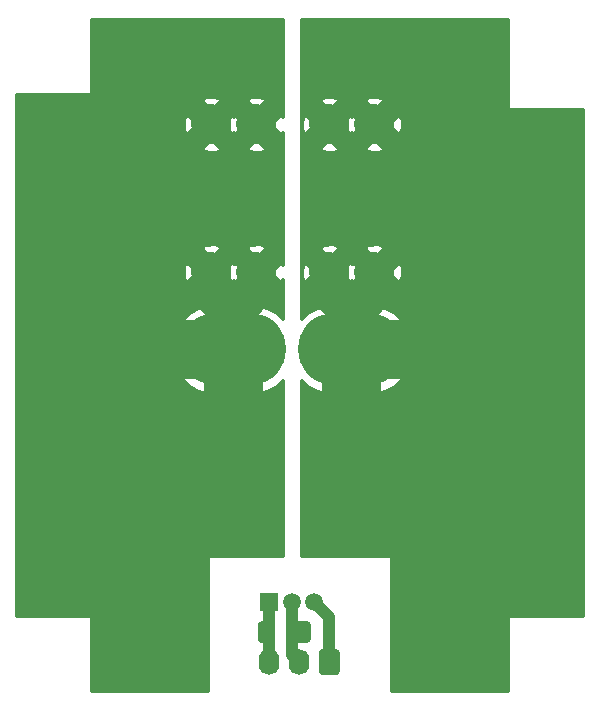
<source format=gbr>
%TF.GenerationSoftware,KiCad,Pcbnew,5.1.10-88a1d61d58~90~ubuntu20.04.1*%
%TF.CreationDate,2022-12-17T00:36:52+01:00*%
%TF.ProjectId,zvire-vetrnik-current-sensor,7a766972-652d-4766-9574-726e696b2d63,rev?*%
%TF.SameCoordinates,PX3c8eee0PY791ddc0*%
%TF.FileFunction,Copper,L2,Bot*%
%TF.FilePolarity,Positive*%
%FSLAX46Y46*%
G04 Gerber Fmt 4.6, Leading zero omitted, Abs format (unit mm)*
G04 Created by KiCad (PCBNEW 5.1.10-88a1d61d58~90~ubuntu20.04.1) date 2022-12-17 00:36:52*
%MOMM*%
%LPD*%
G01*
G04 APERTURE LIST*
%TA.AperFunction,ComponentPad*%
%ADD10O,9.000000X6.000000*%
%TD*%
%TA.AperFunction,ComponentPad*%
%ADD11R,1.500000X1.500000*%
%TD*%
%TA.AperFunction,ComponentPad*%
%ADD12C,1.500000*%
%TD*%
%TA.AperFunction,ComponentPad*%
%ADD13C,0.800000*%
%TD*%
%TA.AperFunction,ComponentPad*%
%ADD14O,1.740000X2.190000*%
%TD*%
%TA.AperFunction,ComponentPad*%
%ADD15C,3.400000*%
%TD*%
%TA.AperFunction,ViaPad*%
%ADD16C,2.000000*%
%TD*%
%TA.AperFunction,Conductor*%
%ADD17C,1.000000*%
%TD*%
%TA.AperFunction,Conductor*%
%ADD18C,5.000000*%
%TD*%
%TA.AperFunction,Conductor*%
%ADD19C,2.000000*%
%TD*%
%TA.AperFunction,Conductor*%
%ADD20C,0.254000*%
%TD*%
%TA.AperFunction,Conductor*%
%ADD21C,0.100000*%
%TD*%
G04 APERTURE END LIST*
D10*
%TO.P,U1,5*%
%TO.N,Net-(J1-Pad2)*%
X19770000Y30290000D03*
%TO.P,U1,4*%
%TO.N,Net-(J1-Pad1)*%
X29770000Y30290000D03*
D11*
%TO.P,U1,1*%
%TO.N,+5V*%
X22860000Y8890000D03*
D12*
%TO.P,U1,3*%
%TO.N,Net-(J2-Pad1)*%
X26680000Y8890000D03*
%TO.P,U1,2*%
%TO.N,GND*%
X24770000Y8890000D03*
%TO.P,U1,5*%
%TO.N,Net-(J1-Pad2)*%
%TA.AperFunction,ComponentPad*%
G36*
G01*
X23550953Y31282523D02*
X23550953Y31282523D01*
G75*
G02*
X24082523Y31089047I169047J-362523D01*
G01*
X24082523Y31089047D01*
G75*
G02*
X23889047Y30557477I-362523J-169047D01*
G01*
X23889047Y30557477D01*
G75*
G02*
X23357477Y30750953I-169047J362523D01*
G01*
X23357477Y30750953D01*
G75*
G02*
X23550953Y31282523I362523J169047D01*
G01*
G37*
%TD.AperFunction*%
%TA.AperFunction,ComponentPad*%
G36*
G01*
X23550953Y29297477D02*
X23550953Y29297477D01*
G75*
G02*
X23357477Y29829047I169047J362523D01*
G01*
X23357477Y29829047D01*
G75*
G02*
X23889047Y30022523I362523J-169047D01*
G01*
X23889047Y30022523D01*
G75*
G02*
X24082523Y29490953I-169047J-362523D01*
G01*
X24082523Y29490953D01*
G75*
G02*
X23550953Y29297477I-362523J169047D01*
G01*
G37*
%TD.AperFunction*%
D13*
X22970000Y28630000D03*
X22970000Y31950000D03*
X15820000Y30920000D03*
X15820000Y29660000D03*
X16570000Y28630000D03*
X16570000Y31950000D03*
X20440000Y28240000D03*
X19100000Y28240000D03*
X21770000Y28240000D03*
X17770000Y28240000D03*
X20440000Y32340000D03*
X19100000Y32340000D03*
X17770000Y32340000D03*
X21770000Y32340000D03*
%TO.P,U1,4*%
%TO.N,Net-(J1-Pad1)*%
X26570000Y28630000D03*
X26570000Y31950000D03*
%TA.AperFunction,ComponentPad*%
G36*
G01*
X25650953Y30022523D02*
X25650953Y30022523D01*
G75*
G02*
X26182523Y29829047I169047J-362523D01*
G01*
X26182523Y29829047D01*
G75*
G02*
X25989047Y29297477I-362523J-169047D01*
G01*
X25989047Y29297477D01*
G75*
G02*
X25457477Y29490953I-169047J362523D01*
G01*
X25457477Y29490953D01*
G75*
G02*
X25650953Y30022523I362523J169047D01*
G01*
G37*
%TD.AperFunction*%
%TA.AperFunction,ComponentPad*%
G36*
G01*
X25650953Y30557477D02*
X25650953Y30557477D01*
G75*
G02*
X25457477Y31089047I169047J362523D01*
G01*
X25457477Y31089047D01*
G75*
G02*
X25989047Y31282523I362523J-169047D01*
G01*
X25989047Y31282523D01*
G75*
G02*
X26182523Y30750953I-169047J-362523D01*
G01*
X26182523Y30750953D01*
G75*
G02*
X25650953Y30557477I-362523J169047D01*
G01*
G37*
%TD.AperFunction*%
X32970000Y28630000D03*
X32970000Y31950000D03*
X33720000Y30920000D03*
X31770000Y28240000D03*
X30440000Y28240000D03*
X29100000Y28240000D03*
X27770000Y28240000D03*
X31770000Y32340000D03*
X30440000Y32340000D03*
X29100000Y32340000D03*
X27770000Y32340000D03*
X33720000Y29660000D03*
%TD*%
D14*
%TO.P,J2,3*%
%TO.N,+5V*%
X22860000Y3810000D03*
%TO.P,J2,2*%
%TO.N,GND*%
X25400000Y3810000D03*
%TO.P,J2,1*%
%TO.N,Net-(J2-Pad1)*%
%TA.AperFunction,ComponentPad*%
G36*
G01*
X28810000Y4655001D02*
X28810000Y2964999D01*
G75*
G02*
X28560001Y2715000I-249999J0D01*
G01*
X27319999Y2715000D01*
G75*
G02*
X27070000Y2964999I0J249999D01*
G01*
X27070000Y4655001D01*
G75*
G02*
X27319999Y4905000I249999J0D01*
G01*
X28560001Y4905000D01*
G75*
G02*
X28810000Y4655001I0J-249999D01*
G01*
G37*
%TD.AperFunction*%
%TD*%
D15*
%TO.P,J1,2*%
%TO.N,Net-(J1-Pad2)*%
X21750000Y49330000D03*
X17950000Y49330000D03*
X17950000Y36830000D03*
X21750000Y36830000D03*
%TO.P,J1,1*%
%TO.N,Net-(J1-Pad1)*%
X27950000Y49330000D03*
X31750000Y49330000D03*
X27950000Y36830000D03*
X31750000Y36830000D03*
%TD*%
%TO.P,C1,2*%
%TO.N,GND*%
%TA.AperFunction,SMDPad,CuDef*%
G36*
G01*
X25030000Y5699999D02*
X25030000Y7000001D01*
G75*
G02*
X25279999Y7250000I249999J0D01*
G01*
X26105001Y7250000D01*
G75*
G02*
X26355000Y7000001I0J-249999D01*
G01*
X26355000Y5699999D01*
G75*
G02*
X26105001Y5450000I-249999J0D01*
G01*
X25279999Y5450000D01*
G75*
G02*
X25030000Y5699999I0J249999D01*
G01*
G37*
%TD.AperFunction*%
%TO.P,C1,1*%
%TO.N,+5V*%
%TA.AperFunction,SMDPad,CuDef*%
G36*
G01*
X21905000Y5699999D02*
X21905000Y7000001D01*
G75*
G02*
X22154999Y7250000I249999J0D01*
G01*
X22980001Y7250000D01*
G75*
G02*
X23230000Y7000001I0J-249999D01*
G01*
X23230000Y5699999D01*
G75*
G02*
X22980001Y5450000I-249999J0D01*
G01*
X22154999Y5450000D01*
G75*
G02*
X21905000Y5699999I0J249999D01*
G01*
G37*
%TD.AperFunction*%
%TD*%
D16*
%TO.N,Net-(J1-Pad2)*%
X12700000Y46990000D03*
X12700000Y52070000D03*
X12700000Y39370000D03*
X12700000Y34290000D03*
X10160000Y36830000D03*
%TO.N,Net-(J1-Pad1)*%
X36830000Y46990000D03*
X36830000Y52070000D03*
X36830000Y39370000D03*
X36830000Y34290000D03*
X39370000Y36830000D03*
%TD*%
D17*
%TO.N,GND*%
X25400000Y3810000D02*
X24770000Y4440000D01*
X25400000Y6350000D02*
X24770000Y5720000D01*
X25692500Y6350000D02*
X25400000Y6350000D01*
X24770000Y5720000D02*
X24770000Y8890000D01*
X24770000Y4440000D02*
X24770000Y5720000D01*
%TO.N,+5V*%
X22567500Y6350000D02*
X22860000Y6350000D01*
X22860000Y6350000D02*
X22860000Y8890000D01*
X22860000Y3810000D02*
X22860000Y6350000D01*
D18*
%TO.N,Net-(J1-Pad2)*%
X19770000Y30290000D02*
X11620000Y30290000D01*
X19770000Y30290000D02*
X19770000Y25950000D01*
D19*
X19770000Y30290000D02*
X19770000Y33740000D01*
X19770000Y30290000D02*
X19770000Y32300000D01*
X19770000Y32300000D02*
X17780000Y34290000D01*
X19770000Y30290000D02*
X19770000Y32470000D01*
X19770000Y32470000D02*
X21590000Y34290000D01*
D18*
%TO.N,Net-(J1-Pad1)*%
X29770000Y30290000D02*
X36640000Y30290000D01*
X29770000Y30290000D02*
X29770000Y27230000D01*
D19*
X29770000Y30290000D02*
X29770000Y33580000D01*
X29770000Y32460000D02*
X27940000Y34290000D01*
X29770000Y30290000D02*
X29770000Y32460000D01*
X29770000Y30290000D02*
X29770000Y32310000D01*
X29770000Y32310000D02*
X31750000Y34290000D01*
D17*
%TO.N,Net-(J2-Pad1)*%
X27940000Y7630000D02*
X26680000Y8890000D01*
X27940000Y3810000D02*
X27940000Y7630000D01*
%TD*%
D20*
%TO.N,Net-(J1-Pad2)*%
X24003000Y49924749D02*
X23785620Y50131011D01*
X22984608Y49330000D01*
X23785620Y48528989D01*
X24003000Y48735251D01*
X24003000Y37424749D01*
X23785620Y37631011D01*
X22984608Y36830000D01*
X23785620Y36028989D01*
X24003000Y36235251D01*
X24003000Y32857775D01*
X23902522Y32977653D01*
X23327604Y33439590D01*
X22673613Y33780490D01*
X21965682Y33987253D01*
X21231016Y34051932D01*
X20643000Y33840768D01*
X20643000Y33606923D01*
X20557656Y33692267D01*
X20220686Y33355297D01*
X20206609Y33353483D01*
X20070997Y33312345D01*
X20040551Y33125529D01*
X20440000Y32726080D01*
X20529803Y32815882D01*
X20643000Y32702685D01*
X20643000Y32682923D01*
X20417733Y32457656D01*
X20535389Y32340000D01*
X20417733Y32222344D01*
X20643000Y31997077D01*
X20643000Y31977315D01*
X20529803Y31864117D01*
X20440000Y31953920D01*
X20040551Y31554471D01*
X20070997Y31367655D01*
X20217389Y31328000D01*
X20557656Y30987733D01*
X20663000Y31093077D01*
X20663000Y29486923D01*
X20557656Y29592267D01*
X20220686Y29255297D01*
X20206609Y29253483D01*
X20070997Y29212345D01*
X20040551Y29025529D01*
X20440000Y28626080D01*
X20529803Y28715882D01*
X20643000Y28602685D01*
X20643000Y28582923D01*
X20417733Y28357656D01*
X20535389Y28240000D01*
X20417733Y28122344D01*
X20643000Y27897077D01*
X20643000Y27877315D01*
X20529803Y27764117D01*
X20440000Y27853920D01*
X20040551Y27454471D01*
X20070997Y27267655D01*
X20217389Y27228000D01*
X20557656Y26887733D01*
X20643000Y26973077D01*
X20643000Y26739232D01*
X21231016Y26528068D01*
X21965682Y26592747D01*
X22673613Y26799510D01*
X23327604Y27140410D01*
X23902522Y27602347D01*
X24003000Y27722225D01*
X24003000Y12827000D01*
X17780000Y12827000D01*
X17755224Y12824560D01*
X17731399Y12817333D01*
X17709443Y12805597D01*
X17690197Y12789803D01*
X17674403Y12770557D01*
X17662667Y12748601D01*
X17655440Y12724776D01*
X17653000Y12700000D01*
X17653000Y1397000D01*
X7747000Y1397000D01*
X7747000Y7620000D01*
X7744560Y7644776D01*
X7737333Y7668601D01*
X7725597Y7690557D01*
X7709803Y7709803D01*
X7690557Y7725597D01*
X7668601Y7737333D01*
X7644776Y7744560D01*
X7620000Y7747000D01*
X1397000Y7747000D01*
X1397000Y29542344D01*
X14467733Y29542344D01*
X14914811Y29095266D01*
X14921399Y28875752D01*
X15163726Y28167569D01*
X15637478Y27602347D01*
X16212396Y27140410D01*
X16866387Y26799510D01*
X17574318Y26592747D01*
X18308984Y26528068D01*
X18897000Y26739232D01*
X18897000Y26973077D01*
X18982344Y26887733D01*
X19319314Y27224703D01*
X19333391Y27226517D01*
X19469003Y27267655D01*
X19499449Y27454471D01*
X19100000Y27853920D01*
X19010198Y27764117D01*
X18897000Y27877315D01*
X18897000Y27897077D01*
X19122267Y28122344D01*
X19035797Y28208814D01*
X19400459Y28208814D01*
X19426517Y28006609D01*
X19467655Y27870997D01*
X19654471Y27840551D01*
X19770000Y27956080D01*
X19885529Y27840551D01*
X20072345Y27870997D01*
X20125651Y28067782D01*
X20139541Y28271186D01*
X20113483Y28473391D01*
X20072345Y28609003D01*
X19885529Y28639449D01*
X19770000Y28523920D01*
X19654471Y28639449D01*
X19467655Y28609003D01*
X19414349Y28412218D01*
X19400459Y28208814D01*
X19035797Y28208814D01*
X19004611Y28240000D01*
X19122267Y28357656D01*
X18897000Y28582923D01*
X18897000Y28602685D01*
X19010198Y28715882D01*
X19100000Y28626080D01*
X19499449Y29025529D01*
X19469003Y29212345D01*
X19322611Y29252000D01*
X18982344Y29592267D01*
X18807077Y29417000D01*
X18062923Y29417000D01*
X17887656Y29592267D01*
X17770000Y29474611D01*
X17652344Y29592267D01*
X17477077Y29417000D01*
X17252923Y29417000D01*
X17149923Y29520000D01*
X17172267Y29542344D01*
X16835297Y29879314D01*
X16833483Y29893391D01*
X16792345Y30029003D01*
X16605529Y30059449D01*
X16490346Y29944265D01*
X16452344Y29982267D01*
X15887077Y29417000D01*
X15497315Y29417000D01*
X15344118Y29570197D01*
X15433920Y29660000D01*
X15034471Y30059449D01*
X14847655Y30029003D01*
X14808000Y29882611D01*
X14467733Y29542344D01*
X1397000Y29542344D01*
X1397000Y30445529D01*
X15420551Y30445529D01*
X15576080Y30290000D01*
X15420551Y30134471D01*
X15450997Y29947655D01*
X15647782Y29894349D01*
X15851186Y29880459D01*
X16053391Y29906517D01*
X16189003Y29947655D01*
X16219449Y30134471D01*
X16063920Y30290000D01*
X16219449Y30445529D01*
X16189003Y30632345D01*
X15992218Y30685651D01*
X15788814Y30699541D01*
X15586609Y30673483D01*
X15450997Y30632345D01*
X15420551Y30445529D01*
X1397000Y30445529D01*
X1397000Y31037656D01*
X14467733Y31037656D01*
X14804703Y30700686D01*
X14806517Y30686609D01*
X14847655Y30550997D01*
X15034471Y30520551D01*
X15433920Y30920000D01*
X15344118Y31009802D01*
X15497315Y31163000D01*
X15887077Y31163000D01*
X16452344Y30597733D01*
X16490346Y30635734D01*
X16605529Y30520551D01*
X16792345Y30550997D01*
X16832000Y30697389D01*
X17172267Y31037656D01*
X17149923Y31060000D01*
X17252923Y31163000D01*
X17477077Y31163000D01*
X17652344Y30987733D01*
X17770000Y31105389D01*
X17887656Y30987733D01*
X18062923Y31163000D01*
X18807077Y31163000D01*
X18982344Y30987733D01*
X19319314Y31324703D01*
X19333391Y31326517D01*
X19469003Y31367655D01*
X19499449Y31554471D01*
X19100000Y31953920D01*
X19010198Y31864117D01*
X18897000Y31977315D01*
X18897000Y31997077D01*
X19122267Y32222344D01*
X19035797Y32308814D01*
X19400459Y32308814D01*
X19426517Y32106609D01*
X19467655Y31970997D01*
X19654471Y31940551D01*
X19770000Y32056080D01*
X19885529Y31940551D01*
X20072345Y31970997D01*
X20125651Y32167782D01*
X20139541Y32371186D01*
X20113483Y32573391D01*
X20072345Y32709003D01*
X19885529Y32739449D01*
X19770000Y32623920D01*
X19654471Y32739449D01*
X19467655Y32709003D01*
X19414349Y32512218D01*
X19400459Y32308814D01*
X19035797Y32308814D01*
X19004611Y32340000D01*
X19122267Y32457656D01*
X18897000Y32682923D01*
X18897000Y32702685D01*
X19010198Y32815882D01*
X19100000Y32726080D01*
X19499449Y33125529D01*
X19469003Y33312345D01*
X19322611Y33352000D01*
X18982344Y33692267D01*
X18897000Y33606923D01*
X18897000Y33840768D01*
X18308984Y34051932D01*
X17574318Y33987253D01*
X16866387Y33780490D01*
X16212396Y33439590D01*
X15637478Y32977653D01*
X15163726Y32412431D01*
X14921399Y31704248D01*
X14914811Y31484734D01*
X14467733Y31037656D01*
X1397000Y31037656D01*
X1397000Y34794380D01*
X17148989Y34794380D01*
X17376169Y34554954D01*
X17831034Y34486720D01*
X18290472Y34508536D01*
X18523831Y34554954D01*
X18751011Y34794380D01*
X20948989Y34794380D01*
X21176169Y34554954D01*
X21631034Y34486720D01*
X22090472Y34508536D01*
X22323831Y34554954D01*
X22551011Y34794380D01*
X21750000Y35595392D01*
X20948989Y34794380D01*
X18751011Y34794380D01*
X17950000Y35595392D01*
X17148989Y34794380D01*
X1397000Y34794380D01*
X1397000Y36948966D01*
X15606720Y36948966D01*
X15628536Y36489528D01*
X15674954Y36256169D01*
X15914380Y36028989D01*
X16715392Y36830000D01*
X19184608Y36830000D01*
X19423723Y36590885D01*
X19428536Y36489528D01*
X19474954Y36256169D01*
X19714380Y36028989D01*
X19850000Y36164609D01*
X19985620Y36028989D01*
X20225046Y36256169D01*
X20275076Y36589685D01*
X20515392Y36830000D01*
X20276277Y37069115D01*
X20271464Y37170472D01*
X20225046Y37403831D01*
X19985620Y37631011D01*
X19850000Y37495391D01*
X19714380Y37631011D01*
X19474954Y37403831D01*
X19424924Y37070315D01*
X19184608Y36830000D01*
X16715392Y36830000D01*
X15914380Y37631011D01*
X15674954Y37403831D01*
X15606720Y36948966D01*
X1397000Y36948966D01*
X1397000Y38865620D01*
X17148989Y38865620D01*
X17950000Y38064608D01*
X18751011Y38865620D01*
X20948989Y38865620D01*
X21750000Y38064608D01*
X22551011Y38865620D01*
X22323831Y39105046D01*
X21868966Y39173280D01*
X21409528Y39151464D01*
X21176169Y39105046D01*
X20948989Y38865620D01*
X18751011Y38865620D01*
X18523831Y39105046D01*
X18068966Y39173280D01*
X17609528Y39151464D01*
X17376169Y39105046D01*
X17148989Y38865620D01*
X1397000Y38865620D01*
X1397000Y47294380D01*
X17148989Y47294380D01*
X17376169Y47054954D01*
X17831034Y46986720D01*
X18290472Y47008536D01*
X18523831Y47054954D01*
X18751011Y47294380D01*
X20948989Y47294380D01*
X21176169Y47054954D01*
X21631034Y46986720D01*
X22090472Y47008536D01*
X22323831Y47054954D01*
X22551011Y47294380D01*
X21750000Y48095392D01*
X20948989Y47294380D01*
X18751011Y47294380D01*
X17950000Y48095392D01*
X17148989Y47294380D01*
X1397000Y47294380D01*
X1397000Y49448966D01*
X15606720Y49448966D01*
X15628536Y48989528D01*
X15674954Y48756169D01*
X15914380Y48528989D01*
X16715392Y49330000D01*
X19184608Y49330000D01*
X19423723Y49090885D01*
X19428536Y48989528D01*
X19474954Y48756169D01*
X19714380Y48528989D01*
X19850000Y48664609D01*
X19985620Y48528989D01*
X20225046Y48756169D01*
X20275076Y49089685D01*
X20515392Y49330000D01*
X20276277Y49569115D01*
X20271464Y49670472D01*
X20225046Y49903831D01*
X19985620Y50131011D01*
X19850000Y49995391D01*
X19714380Y50131011D01*
X19474954Y49903831D01*
X19424924Y49570315D01*
X19184608Y49330000D01*
X16715392Y49330000D01*
X15914380Y50131011D01*
X15674954Y49903831D01*
X15606720Y49448966D01*
X1397000Y49448966D01*
X1397000Y51365620D01*
X17148989Y51365620D01*
X17950000Y50564608D01*
X18751011Y51365620D01*
X20948989Y51365620D01*
X21750000Y50564608D01*
X22551011Y51365620D01*
X22323831Y51605046D01*
X21868966Y51673280D01*
X21409528Y51651464D01*
X21176169Y51605046D01*
X20948989Y51365620D01*
X18751011Y51365620D01*
X18523831Y51605046D01*
X18068966Y51673280D01*
X17609528Y51651464D01*
X17376169Y51605046D01*
X17148989Y51365620D01*
X1397000Y51365620D01*
X1397000Y51943000D01*
X7620000Y51943000D01*
X7644776Y51945440D01*
X7668601Y51952667D01*
X7690557Y51964403D01*
X7709803Y51980197D01*
X7725597Y51999443D01*
X7737333Y52021399D01*
X7744560Y52045224D01*
X7747000Y52070000D01*
X7747000Y58293000D01*
X24003000Y58293000D01*
X24003000Y49924749D01*
%TA.AperFunction,Conductor*%
D21*
G36*
X24003000Y49924749D02*
G01*
X23785620Y50131011D01*
X22984608Y49330000D01*
X23785620Y48528989D01*
X24003000Y48735251D01*
X24003000Y37424749D01*
X23785620Y37631011D01*
X22984608Y36830000D01*
X23785620Y36028989D01*
X24003000Y36235251D01*
X24003000Y32857775D01*
X23902522Y32977653D01*
X23327604Y33439590D01*
X22673613Y33780490D01*
X21965682Y33987253D01*
X21231016Y34051932D01*
X20643000Y33840768D01*
X20643000Y33606923D01*
X20557656Y33692267D01*
X20220686Y33355297D01*
X20206609Y33353483D01*
X20070997Y33312345D01*
X20040551Y33125529D01*
X20440000Y32726080D01*
X20529803Y32815882D01*
X20643000Y32702685D01*
X20643000Y32682923D01*
X20417733Y32457656D01*
X20535389Y32340000D01*
X20417733Y32222344D01*
X20643000Y31997077D01*
X20643000Y31977315D01*
X20529803Y31864117D01*
X20440000Y31953920D01*
X20040551Y31554471D01*
X20070997Y31367655D01*
X20217389Y31328000D01*
X20557656Y30987733D01*
X20663000Y31093077D01*
X20663000Y29486923D01*
X20557656Y29592267D01*
X20220686Y29255297D01*
X20206609Y29253483D01*
X20070997Y29212345D01*
X20040551Y29025529D01*
X20440000Y28626080D01*
X20529803Y28715882D01*
X20643000Y28602685D01*
X20643000Y28582923D01*
X20417733Y28357656D01*
X20535389Y28240000D01*
X20417733Y28122344D01*
X20643000Y27897077D01*
X20643000Y27877315D01*
X20529803Y27764117D01*
X20440000Y27853920D01*
X20040551Y27454471D01*
X20070997Y27267655D01*
X20217389Y27228000D01*
X20557656Y26887733D01*
X20643000Y26973077D01*
X20643000Y26739232D01*
X21231016Y26528068D01*
X21965682Y26592747D01*
X22673613Y26799510D01*
X23327604Y27140410D01*
X23902522Y27602347D01*
X24003000Y27722225D01*
X24003000Y12827000D01*
X17780000Y12827000D01*
X17755224Y12824560D01*
X17731399Y12817333D01*
X17709443Y12805597D01*
X17690197Y12789803D01*
X17674403Y12770557D01*
X17662667Y12748601D01*
X17655440Y12724776D01*
X17653000Y12700000D01*
X17653000Y1397000D01*
X7747000Y1397000D01*
X7747000Y7620000D01*
X7744560Y7644776D01*
X7737333Y7668601D01*
X7725597Y7690557D01*
X7709803Y7709803D01*
X7690557Y7725597D01*
X7668601Y7737333D01*
X7644776Y7744560D01*
X7620000Y7747000D01*
X1397000Y7747000D01*
X1397000Y29542344D01*
X14467733Y29542344D01*
X14914811Y29095266D01*
X14921399Y28875752D01*
X15163726Y28167569D01*
X15637478Y27602347D01*
X16212396Y27140410D01*
X16866387Y26799510D01*
X17574318Y26592747D01*
X18308984Y26528068D01*
X18897000Y26739232D01*
X18897000Y26973077D01*
X18982344Y26887733D01*
X19319314Y27224703D01*
X19333391Y27226517D01*
X19469003Y27267655D01*
X19499449Y27454471D01*
X19100000Y27853920D01*
X19010198Y27764117D01*
X18897000Y27877315D01*
X18897000Y27897077D01*
X19122267Y28122344D01*
X19035797Y28208814D01*
X19400459Y28208814D01*
X19426517Y28006609D01*
X19467655Y27870997D01*
X19654471Y27840551D01*
X19770000Y27956080D01*
X19885529Y27840551D01*
X20072345Y27870997D01*
X20125651Y28067782D01*
X20139541Y28271186D01*
X20113483Y28473391D01*
X20072345Y28609003D01*
X19885529Y28639449D01*
X19770000Y28523920D01*
X19654471Y28639449D01*
X19467655Y28609003D01*
X19414349Y28412218D01*
X19400459Y28208814D01*
X19035797Y28208814D01*
X19004611Y28240000D01*
X19122267Y28357656D01*
X18897000Y28582923D01*
X18897000Y28602685D01*
X19010198Y28715882D01*
X19100000Y28626080D01*
X19499449Y29025529D01*
X19469003Y29212345D01*
X19322611Y29252000D01*
X18982344Y29592267D01*
X18807077Y29417000D01*
X18062923Y29417000D01*
X17887656Y29592267D01*
X17770000Y29474611D01*
X17652344Y29592267D01*
X17477077Y29417000D01*
X17252923Y29417000D01*
X17149923Y29520000D01*
X17172267Y29542344D01*
X16835297Y29879314D01*
X16833483Y29893391D01*
X16792345Y30029003D01*
X16605529Y30059449D01*
X16490346Y29944265D01*
X16452344Y29982267D01*
X15887077Y29417000D01*
X15497315Y29417000D01*
X15344118Y29570197D01*
X15433920Y29660000D01*
X15034471Y30059449D01*
X14847655Y30029003D01*
X14808000Y29882611D01*
X14467733Y29542344D01*
X1397000Y29542344D01*
X1397000Y30445529D01*
X15420551Y30445529D01*
X15576080Y30290000D01*
X15420551Y30134471D01*
X15450997Y29947655D01*
X15647782Y29894349D01*
X15851186Y29880459D01*
X16053391Y29906517D01*
X16189003Y29947655D01*
X16219449Y30134471D01*
X16063920Y30290000D01*
X16219449Y30445529D01*
X16189003Y30632345D01*
X15992218Y30685651D01*
X15788814Y30699541D01*
X15586609Y30673483D01*
X15450997Y30632345D01*
X15420551Y30445529D01*
X1397000Y30445529D01*
X1397000Y31037656D01*
X14467733Y31037656D01*
X14804703Y30700686D01*
X14806517Y30686609D01*
X14847655Y30550997D01*
X15034471Y30520551D01*
X15433920Y30920000D01*
X15344118Y31009802D01*
X15497315Y31163000D01*
X15887077Y31163000D01*
X16452344Y30597733D01*
X16490346Y30635734D01*
X16605529Y30520551D01*
X16792345Y30550997D01*
X16832000Y30697389D01*
X17172267Y31037656D01*
X17149923Y31060000D01*
X17252923Y31163000D01*
X17477077Y31163000D01*
X17652344Y30987733D01*
X17770000Y31105389D01*
X17887656Y30987733D01*
X18062923Y31163000D01*
X18807077Y31163000D01*
X18982344Y30987733D01*
X19319314Y31324703D01*
X19333391Y31326517D01*
X19469003Y31367655D01*
X19499449Y31554471D01*
X19100000Y31953920D01*
X19010198Y31864117D01*
X18897000Y31977315D01*
X18897000Y31997077D01*
X19122267Y32222344D01*
X19035797Y32308814D01*
X19400459Y32308814D01*
X19426517Y32106609D01*
X19467655Y31970997D01*
X19654471Y31940551D01*
X19770000Y32056080D01*
X19885529Y31940551D01*
X20072345Y31970997D01*
X20125651Y32167782D01*
X20139541Y32371186D01*
X20113483Y32573391D01*
X20072345Y32709003D01*
X19885529Y32739449D01*
X19770000Y32623920D01*
X19654471Y32739449D01*
X19467655Y32709003D01*
X19414349Y32512218D01*
X19400459Y32308814D01*
X19035797Y32308814D01*
X19004611Y32340000D01*
X19122267Y32457656D01*
X18897000Y32682923D01*
X18897000Y32702685D01*
X19010198Y32815882D01*
X19100000Y32726080D01*
X19499449Y33125529D01*
X19469003Y33312345D01*
X19322611Y33352000D01*
X18982344Y33692267D01*
X18897000Y33606923D01*
X18897000Y33840768D01*
X18308984Y34051932D01*
X17574318Y33987253D01*
X16866387Y33780490D01*
X16212396Y33439590D01*
X15637478Y32977653D01*
X15163726Y32412431D01*
X14921399Y31704248D01*
X14914811Y31484734D01*
X14467733Y31037656D01*
X1397000Y31037656D01*
X1397000Y34794380D01*
X17148989Y34794380D01*
X17376169Y34554954D01*
X17831034Y34486720D01*
X18290472Y34508536D01*
X18523831Y34554954D01*
X18751011Y34794380D01*
X20948989Y34794380D01*
X21176169Y34554954D01*
X21631034Y34486720D01*
X22090472Y34508536D01*
X22323831Y34554954D01*
X22551011Y34794380D01*
X21750000Y35595392D01*
X20948989Y34794380D01*
X18751011Y34794380D01*
X17950000Y35595392D01*
X17148989Y34794380D01*
X1397000Y34794380D01*
X1397000Y36948966D01*
X15606720Y36948966D01*
X15628536Y36489528D01*
X15674954Y36256169D01*
X15914380Y36028989D01*
X16715392Y36830000D01*
X19184608Y36830000D01*
X19423723Y36590885D01*
X19428536Y36489528D01*
X19474954Y36256169D01*
X19714380Y36028989D01*
X19850000Y36164609D01*
X19985620Y36028989D01*
X20225046Y36256169D01*
X20275076Y36589685D01*
X20515392Y36830000D01*
X20276277Y37069115D01*
X20271464Y37170472D01*
X20225046Y37403831D01*
X19985620Y37631011D01*
X19850000Y37495391D01*
X19714380Y37631011D01*
X19474954Y37403831D01*
X19424924Y37070315D01*
X19184608Y36830000D01*
X16715392Y36830000D01*
X15914380Y37631011D01*
X15674954Y37403831D01*
X15606720Y36948966D01*
X1397000Y36948966D01*
X1397000Y38865620D01*
X17148989Y38865620D01*
X17950000Y38064608D01*
X18751011Y38865620D01*
X20948989Y38865620D01*
X21750000Y38064608D01*
X22551011Y38865620D01*
X22323831Y39105046D01*
X21868966Y39173280D01*
X21409528Y39151464D01*
X21176169Y39105046D01*
X20948989Y38865620D01*
X18751011Y38865620D01*
X18523831Y39105046D01*
X18068966Y39173280D01*
X17609528Y39151464D01*
X17376169Y39105046D01*
X17148989Y38865620D01*
X1397000Y38865620D01*
X1397000Y47294380D01*
X17148989Y47294380D01*
X17376169Y47054954D01*
X17831034Y46986720D01*
X18290472Y47008536D01*
X18523831Y47054954D01*
X18751011Y47294380D01*
X20948989Y47294380D01*
X21176169Y47054954D01*
X21631034Y46986720D01*
X22090472Y47008536D01*
X22323831Y47054954D01*
X22551011Y47294380D01*
X21750000Y48095392D01*
X20948989Y47294380D01*
X18751011Y47294380D01*
X17950000Y48095392D01*
X17148989Y47294380D01*
X1397000Y47294380D01*
X1397000Y49448966D01*
X15606720Y49448966D01*
X15628536Y48989528D01*
X15674954Y48756169D01*
X15914380Y48528989D01*
X16715392Y49330000D01*
X19184608Y49330000D01*
X19423723Y49090885D01*
X19428536Y48989528D01*
X19474954Y48756169D01*
X19714380Y48528989D01*
X19850000Y48664609D01*
X19985620Y48528989D01*
X20225046Y48756169D01*
X20275076Y49089685D01*
X20515392Y49330000D01*
X20276277Y49569115D01*
X20271464Y49670472D01*
X20225046Y49903831D01*
X19985620Y50131011D01*
X19850000Y49995391D01*
X19714380Y50131011D01*
X19474954Y49903831D01*
X19424924Y49570315D01*
X19184608Y49330000D01*
X16715392Y49330000D01*
X15914380Y50131011D01*
X15674954Y49903831D01*
X15606720Y49448966D01*
X1397000Y49448966D01*
X1397000Y51365620D01*
X17148989Y51365620D01*
X17950000Y50564608D01*
X18751011Y51365620D01*
X20948989Y51365620D01*
X21750000Y50564608D01*
X22551011Y51365620D01*
X22323831Y51605046D01*
X21868966Y51673280D01*
X21409528Y51651464D01*
X21176169Y51605046D01*
X20948989Y51365620D01*
X18751011Y51365620D01*
X18523831Y51605046D01*
X18068966Y51673280D01*
X17609528Y51651464D01*
X17376169Y51605046D01*
X17148989Y51365620D01*
X1397000Y51365620D01*
X1397000Y51943000D01*
X7620000Y51943000D01*
X7644776Y51945440D01*
X7668601Y51952667D01*
X7690557Y51964403D01*
X7709803Y51980197D01*
X7725597Y51999443D01*
X7737333Y52021399D01*
X7744560Y52045224D01*
X7747000Y52070000D01*
X7747000Y58293000D01*
X24003000Y58293000D01*
X24003000Y49924749D01*
G37*
%TD.AperFunction*%
%TD*%
D20*
%TO.N,Net-(J1-Pad1)*%
X43053000Y50800000D02*
X43055440Y50775224D01*
X43062667Y50751399D01*
X43074403Y50729443D01*
X43090197Y50710197D01*
X43109443Y50694403D01*
X43131399Y50682667D01*
X43155224Y50675440D01*
X43180000Y50673000D01*
X49403000Y50673000D01*
X49403000Y7747000D01*
X43180000Y7747000D01*
X43155224Y7744560D01*
X43131399Y7737333D01*
X43109443Y7725597D01*
X43090197Y7709803D01*
X43074403Y7690557D01*
X43062667Y7668601D01*
X43055440Y7644776D01*
X43053000Y7620000D01*
X43053000Y1397000D01*
X33147000Y1397000D01*
X33147000Y12700000D01*
X33144560Y12724776D01*
X33137333Y12748601D01*
X33125597Y12770557D01*
X33109803Y12789803D01*
X33090557Y12805597D01*
X33068601Y12817333D01*
X33044776Y12824560D01*
X33020000Y12827000D01*
X25527000Y12827000D01*
X25527000Y27734156D01*
X25637478Y27602347D01*
X26212396Y27140410D01*
X26866387Y26799510D01*
X27574318Y26592747D01*
X28308984Y26528068D01*
X28897000Y26739232D01*
X28897000Y26973077D01*
X28982344Y26887733D01*
X29319314Y27224703D01*
X29333391Y27226517D01*
X29469003Y27267655D01*
X29499449Y27454471D01*
X29100000Y27853920D01*
X29010198Y27764117D01*
X28897000Y27877315D01*
X28897000Y27897077D01*
X29122267Y28122344D01*
X29035797Y28208814D01*
X29400459Y28208814D01*
X29426517Y28006609D01*
X29467655Y27870997D01*
X29654471Y27840551D01*
X29770000Y27956080D01*
X29885529Y27840551D01*
X30072345Y27870997D01*
X30125651Y28067782D01*
X30139541Y28271186D01*
X30113483Y28473391D01*
X30072345Y28609003D01*
X29885529Y28639449D01*
X29770000Y28523920D01*
X29654471Y28639449D01*
X29467655Y28609003D01*
X29414349Y28412218D01*
X29400459Y28208814D01*
X29035797Y28208814D01*
X29004611Y28240000D01*
X29122267Y28357656D01*
X28897000Y28582923D01*
X28897000Y28602685D01*
X29010198Y28715882D01*
X29100000Y28626080D01*
X29499449Y29025529D01*
X30040551Y29025529D01*
X30440000Y28626080D01*
X30529803Y28715882D01*
X30643000Y28602685D01*
X30643000Y28582923D01*
X30417733Y28357656D01*
X30535389Y28240000D01*
X30417733Y28122344D01*
X30643000Y27897077D01*
X30643000Y27877315D01*
X30529803Y27764117D01*
X30440000Y27853920D01*
X30040551Y27454471D01*
X30070997Y27267655D01*
X30217389Y27228000D01*
X30557656Y26887733D01*
X30643000Y26973077D01*
X30643000Y26739232D01*
X31231016Y26528068D01*
X31965682Y26592747D01*
X32673613Y26799510D01*
X33327604Y27140410D01*
X33902522Y27602347D01*
X34376274Y28167569D01*
X34618601Y28875752D01*
X34625189Y29095266D01*
X35072267Y29542344D01*
X34735297Y29879314D01*
X34733483Y29893391D01*
X34692345Y30029003D01*
X34505529Y30059449D01*
X34106080Y29660000D01*
X34195883Y29570197D01*
X34042685Y29417000D01*
X33652923Y29417000D01*
X33087656Y29982267D01*
X33049655Y29944265D01*
X32934471Y30059449D01*
X32747655Y30029003D01*
X32708000Y29882611D01*
X32367733Y29542344D01*
X32390077Y29520000D01*
X32287077Y29417000D01*
X32062923Y29417000D01*
X31887656Y29592267D01*
X31770000Y29474611D01*
X31652344Y29592267D01*
X31477077Y29417000D01*
X30732923Y29417000D01*
X30557656Y29592267D01*
X30220686Y29255297D01*
X30206609Y29253483D01*
X30070997Y29212345D01*
X30040551Y29025529D01*
X29499449Y29025529D01*
X29469003Y29212345D01*
X29322611Y29252000D01*
X28982344Y29592267D01*
X28877000Y29486923D01*
X28877000Y30445529D01*
X33320551Y30445529D01*
X33476080Y30290000D01*
X33320551Y30134471D01*
X33350997Y29947655D01*
X33547782Y29894349D01*
X33751186Y29880459D01*
X33953391Y29906517D01*
X34089003Y29947655D01*
X34119449Y30134471D01*
X33963920Y30290000D01*
X34119449Y30445529D01*
X34089003Y30632345D01*
X33892218Y30685651D01*
X33688814Y30699541D01*
X33486609Y30673483D01*
X33350997Y30632345D01*
X33320551Y30445529D01*
X28877000Y30445529D01*
X28877000Y31093077D01*
X28982344Y30987733D01*
X29319314Y31324703D01*
X29333391Y31326517D01*
X29469003Y31367655D01*
X29499449Y31554471D01*
X29100000Y31953920D01*
X29010198Y31864117D01*
X28897000Y31977315D01*
X28897000Y31997077D01*
X29122267Y32222344D01*
X29035797Y32308814D01*
X29400459Y32308814D01*
X29426517Y32106609D01*
X29467655Y31970997D01*
X29654471Y31940551D01*
X29770000Y32056080D01*
X29885529Y31940551D01*
X30072345Y31970997D01*
X30125651Y32167782D01*
X30139541Y32371186D01*
X30113483Y32573391D01*
X30072345Y32709003D01*
X29885529Y32739449D01*
X29770000Y32623920D01*
X29654471Y32739449D01*
X29467655Y32709003D01*
X29414349Y32512218D01*
X29400459Y32308814D01*
X29035797Y32308814D01*
X29004611Y32340000D01*
X29122267Y32457656D01*
X28897000Y32682923D01*
X28897000Y32702685D01*
X29010198Y32815882D01*
X29100000Y32726080D01*
X29499449Y33125529D01*
X30040551Y33125529D01*
X30440000Y32726080D01*
X30529803Y32815882D01*
X30643000Y32702685D01*
X30643000Y32682923D01*
X30417733Y32457656D01*
X30535389Y32340000D01*
X30417733Y32222344D01*
X30643000Y31997077D01*
X30643000Y31977315D01*
X30529803Y31864117D01*
X30440000Y31953920D01*
X30040551Y31554471D01*
X30070997Y31367655D01*
X30217389Y31328000D01*
X30557656Y30987733D01*
X30732923Y31163000D01*
X31477077Y31163000D01*
X31652344Y30987733D01*
X31770000Y31105389D01*
X31887656Y30987733D01*
X32062923Y31163000D01*
X32287077Y31163000D01*
X32390077Y31060000D01*
X32367733Y31037656D01*
X32704703Y30700686D01*
X32706517Y30686609D01*
X32747655Y30550997D01*
X32934471Y30520551D01*
X33049655Y30635734D01*
X33087656Y30597733D01*
X33652923Y31163000D01*
X34042685Y31163000D01*
X34195883Y31009802D01*
X34106080Y30920000D01*
X34505529Y30520551D01*
X34692345Y30550997D01*
X34732000Y30697389D01*
X35072267Y31037656D01*
X34625189Y31484734D01*
X34618601Y31704248D01*
X34376274Y32412431D01*
X33902522Y32977653D01*
X33327604Y33439590D01*
X32673613Y33780490D01*
X31965682Y33987253D01*
X31231016Y34051932D01*
X30643000Y33840768D01*
X30643000Y33606923D01*
X30557656Y33692267D01*
X30220686Y33355297D01*
X30206609Y33353483D01*
X30070997Y33312345D01*
X30040551Y33125529D01*
X29499449Y33125529D01*
X29469003Y33312345D01*
X29322611Y33352000D01*
X28982344Y33692267D01*
X28897000Y33606923D01*
X28897000Y33840768D01*
X28308984Y34051932D01*
X27574318Y33987253D01*
X26866387Y33780490D01*
X26212396Y33439590D01*
X25637478Y32977653D01*
X25527000Y32845844D01*
X25527000Y34794380D01*
X27148989Y34794380D01*
X27376169Y34554954D01*
X27831034Y34486720D01*
X28290472Y34508536D01*
X28523831Y34554954D01*
X28751011Y34794380D01*
X30948989Y34794380D01*
X31176169Y34554954D01*
X31631034Y34486720D01*
X32090472Y34508536D01*
X32323831Y34554954D01*
X32551011Y34794380D01*
X31750000Y35595392D01*
X30948989Y34794380D01*
X28751011Y34794380D01*
X27950000Y35595392D01*
X27148989Y34794380D01*
X25527000Y34794380D01*
X25527000Y36948966D01*
X25606720Y36948966D01*
X25628536Y36489528D01*
X25674954Y36256169D01*
X25914380Y36028989D01*
X26715392Y36830000D01*
X29184608Y36830000D01*
X29423723Y36590885D01*
X29428536Y36489528D01*
X29474954Y36256169D01*
X29714380Y36028989D01*
X29850000Y36164609D01*
X29985620Y36028989D01*
X30225046Y36256169D01*
X30275076Y36589685D01*
X30515392Y36830000D01*
X32984608Y36830000D01*
X33785620Y36028989D01*
X34025046Y36256169D01*
X34093280Y36711034D01*
X34071464Y37170472D01*
X34025046Y37403831D01*
X33785620Y37631011D01*
X32984608Y36830000D01*
X30515392Y36830000D01*
X30276277Y37069115D01*
X30271464Y37170472D01*
X30225046Y37403831D01*
X29985620Y37631011D01*
X29850000Y37495391D01*
X29714380Y37631011D01*
X29474954Y37403831D01*
X29424924Y37070315D01*
X29184608Y36830000D01*
X26715392Y36830000D01*
X25914380Y37631011D01*
X25674954Y37403831D01*
X25606720Y36948966D01*
X25527000Y36948966D01*
X25527000Y38865620D01*
X27148989Y38865620D01*
X27950000Y38064608D01*
X28751011Y38865620D01*
X30948989Y38865620D01*
X31750000Y38064608D01*
X32551011Y38865620D01*
X32323831Y39105046D01*
X31868966Y39173280D01*
X31409528Y39151464D01*
X31176169Y39105046D01*
X30948989Y38865620D01*
X28751011Y38865620D01*
X28523831Y39105046D01*
X28068966Y39173280D01*
X27609528Y39151464D01*
X27376169Y39105046D01*
X27148989Y38865620D01*
X25527000Y38865620D01*
X25527000Y47294380D01*
X27148989Y47294380D01*
X27376169Y47054954D01*
X27831034Y46986720D01*
X28290472Y47008536D01*
X28523831Y47054954D01*
X28751011Y47294380D01*
X30948989Y47294380D01*
X31176169Y47054954D01*
X31631034Y46986720D01*
X32090472Y47008536D01*
X32323831Y47054954D01*
X32551011Y47294380D01*
X31750000Y48095392D01*
X30948989Y47294380D01*
X28751011Y47294380D01*
X27950000Y48095392D01*
X27148989Y47294380D01*
X25527000Y47294380D01*
X25527000Y49448966D01*
X25606720Y49448966D01*
X25628536Y48989528D01*
X25674954Y48756169D01*
X25914380Y48528989D01*
X26715392Y49330000D01*
X29184608Y49330000D01*
X29423723Y49090885D01*
X29428536Y48989528D01*
X29474954Y48756169D01*
X29714380Y48528989D01*
X29850000Y48664609D01*
X29985620Y48528989D01*
X30225046Y48756169D01*
X30275076Y49089685D01*
X30515392Y49330000D01*
X32984608Y49330000D01*
X33785620Y48528989D01*
X34025046Y48756169D01*
X34093280Y49211034D01*
X34071464Y49670472D01*
X34025046Y49903831D01*
X33785620Y50131011D01*
X32984608Y49330000D01*
X30515392Y49330000D01*
X30276277Y49569115D01*
X30271464Y49670472D01*
X30225046Y49903831D01*
X29985620Y50131011D01*
X29850000Y49995391D01*
X29714380Y50131011D01*
X29474954Y49903831D01*
X29424924Y49570315D01*
X29184608Y49330000D01*
X26715392Y49330000D01*
X25914380Y50131011D01*
X25674954Y49903831D01*
X25606720Y49448966D01*
X25527000Y49448966D01*
X25527000Y51365620D01*
X27148989Y51365620D01*
X27950000Y50564608D01*
X28751011Y51365620D01*
X30948989Y51365620D01*
X31750000Y50564608D01*
X32551011Y51365620D01*
X32323831Y51605046D01*
X31868966Y51673280D01*
X31409528Y51651464D01*
X31176169Y51605046D01*
X30948989Y51365620D01*
X28751011Y51365620D01*
X28523831Y51605046D01*
X28068966Y51673280D01*
X27609528Y51651464D01*
X27376169Y51605046D01*
X27148989Y51365620D01*
X25527000Y51365620D01*
X25527000Y58293000D01*
X43053000Y58293000D01*
X43053000Y50800000D01*
%TA.AperFunction,Conductor*%
D21*
G36*
X43053000Y50800000D02*
G01*
X43055440Y50775224D01*
X43062667Y50751399D01*
X43074403Y50729443D01*
X43090197Y50710197D01*
X43109443Y50694403D01*
X43131399Y50682667D01*
X43155224Y50675440D01*
X43180000Y50673000D01*
X49403000Y50673000D01*
X49403000Y7747000D01*
X43180000Y7747000D01*
X43155224Y7744560D01*
X43131399Y7737333D01*
X43109443Y7725597D01*
X43090197Y7709803D01*
X43074403Y7690557D01*
X43062667Y7668601D01*
X43055440Y7644776D01*
X43053000Y7620000D01*
X43053000Y1397000D01*
X33147000Y1397000D01*
X33147000Y12700000D01*
X33144560Y12724776D01*
X33137333Y12748601D01*
X33125597Y12770557D01*
X33109803Y12789803D01*
X33090557Y12805597D01*
X33068601Y12817333D01*
X33044776Y12824560D01*
X33020000Y12827000D01*
X25527000Y12827000D01*
X25527000Y27734156D01*
X25637478Y27602347D01*
X26212396Y27140410D01*
X26866387Y26799510D01*
X27574318Y26592747D01*
X28308984Y26528068D01*
X28897000Y26739232D01*
X28897000Y26973077D01*
X28982344Y26887733D01*
X29319314Y27224703D01*
X29333391Y27226517D01*
X29469003Y27267655D01*
X29499449Y27454471D01*
X29100000Y27853920D01*
X29010198Y27764117D01*
X28897000Y27877315D01*
X28897000Y27897077D01*
X29122267Y28122344D01*
X29035797Y28208814D01*
X29400459Y28208814D01*
X29426517Y28006609D01*
X29467655Y27870997D01*
X29654471Y27840551D01*
X29770000Y27956080D01*
X29885529Y27840551D01*
X30072345Y27870997D01*
X30125651Y28067782D01*
X30139541Y28271186D01*
X30113483Y28473391D01*
X30072345Y28609003D01*
X29885529Y28639449D01*
X29770000Y28523920D01*
X29654471Y28639449D01*
X29467655Y28609003D01*
X29414349Y28412218D01*
X29400459Y28208814D01*
X29035797Y28208814D01*
X29004611Y28240000D01*
X29122267Y28357656D01*
X28897000Y28582923D01*
X28897000Y28602685D01*
X29010198Y28715882D01*
X29100000Y28626080D01*
X29499449Y29025529D01*
X30040551Y29025529D01*
X30440000Y28626080D01*
X30529803Y28715882D01*
X30643000Y28602685D01*
X30643000Y28582923D01*
X30417733Y28357656D01*
X30535389Y28240000D01*
X30417733Y28122344D01*
X30643000Y27897077D01*
X30643000Y27877315D01*
X30529803Y27764117D01*
X30440000Y27853920D01*
X30040551Y27454471D01*
X30070997Y27267655D01*
X30217389Y27228000D01*
X30557656Y26887733D01*
X30643000Y26973077D01*
X30643000Y26739232D01*
X31231016Y26528068D01*
X31965682Y26592747D01*
X32673613Y26799510D01*
X33327604Y27140410D01*
X33902522Y27602347D01*
X34376274Y28167569D01*
X34618601Y28875752D01*
X34625189Y29095266D01*
X35072267Y29542344D01*
X34735297Y29879314D01*
X34733483Y29893391D01*
X34692345Y30029003D01*
X34505529Y30059449D01*
X34106080Y29660000D01*
X34195883Y29570197D01*
X34042685Y29417000D01*
X33652923Y29417000D01*
X33087656Y29982267D01*
X33049655Y29944265D01*
X32934471Y30059449D01*
X32747655Y30029003D01*
X32708000Y29882611D01*
X32367733Y29542344D01*
X32390077Y29520000D01*
X32287077Y29417000D01*
X32062923Y29417000D01*
X31887656Y29592267D01*
X31770000Y29474611D01*
X31652344Y29592267D01*
X31477077Y29417000D01*
X30732923Y29417000D01*
X30557656Y29592267D01*
X30220686Y29255297D01*
X30206609Y29253483D01*
X30070997Y29212345D01*
X30040551Y29025529D01*
X29499449Y29025529D01*
X29469003Y29212345D01*
X29322611Y29252000D01*
X28982344Y29592267D01*
X28877000Y29486923D01*
X28877000Y30445529D01*
X33320551Y30445529D01*
X33476080Y30290000D01*
X33320551Y30134471D01*
X33350997Y29947655D01*
X33547782Y29894349D01*
X33751186Y29880459D01*
X33953391Y29906517D01*
X34089003Y29947655D01*
X34119449Y30134471D01*
X33963920Y30290000D01*
X34119449Y30445529D01*
X34089003Y30632345D01*
X33892218Y30685651D01*
X33688814Y30699541D01*
X33486609Y30673483D01*
X33350997Y30632345D01*
X33320551Y30445529D01*
X28877000Y30445529D01*
X28877000Y31093077D01*
X28982344Y30987733D01*
X29319314Y31324703D01*
X29333391Y31326517D01*
X29469003Y31367655D01*
X29499449Y31554471D01*
X29100000Y31953920D01*
X29010198Y31864117D01*
X28897000Y31977315D01*
X28897000Y31997077D01*
X29122267Y32222344D01*
X29035797Y32308814D01*
X29400459Y32308814D01*
X29426517Y32106609D01*
X29467655Y31970997D01*
X29654471Y31940551D01*
X29770000Y32056080D01*
X29885529Y31940551D01*
X30072345Y31970997D01*
X30125651Y32167782D01*
X30139541Y32371186D01*
X30113483Y32573391D01*
X30072345Y32709003D01*
X29885529Y32739449D01*
X29770000Y32623920D01*
X29654471Y32739449D01*
X29467655Y32709003D01*
X29414349Y32512218D01*
X29400459Y32308814D01*
X29035797Y32308814D01*
X29004611Y32340000D01*
X29122267Y32457656D01*
X28897000Y32682923D01*
X28897000Y32702685D01*
X29010198Y32815882D01*
X29100000Y32726080D01*
X29499449Y33125529D01*
X30040551Y33125529D01*
X30440000Y32726080D01*
X30529803Y32815882D01*
X30643000Y32702685D01*
X30643000Y32682923D01*
X30417733Y32457656D01*
X30535389Y32340000D01*
X30417733Y32222344D01*
X30643000Y31997077D01*
X30643000Y31977315D01*
X30529803Y31864117D01*
X30440000Y31953920D01*
X30040551Y31554471D01*
X30070997Y31367655D01*
X30217389Y31328000D01*
X30557656Y30987733D01*
X30732923Y31163000D01*
X31477077Y31163000D01*
X31652344Y30987733D01*
X31770000Y31105389D01*
X31887656Y30987733D01*
X32062923Y31163000D01*
X32287077Y31163000D01*
X32390077Y31060000D01*
X32367733Y31037656D01*
X32704703Y30700686D01*
X32706517Y30686609D01*
X32747655Y30550997D01*
X32934471Y30520551D01*
X33049655Y30635734D01*
X33087656Y30597733D01*
X33652923Y31163000D01*
X34042685Y31163000D01*
X34195883Y31009802D01*
X34106080Y30920000D01*
X34505529Y30520551D01*
X34692345Y30550997D01*
X34732000Y30697389D01*
X35072267Y31037656D01*
X34625189Y31484734D01*
X34618601Y31704248D01*
X34376274Y32412431D01*
X33902522Y32977653D01*
X33327604Y33439590D01*
X32673613Y33780490D01*
X31965682Y33987253D01*
X31231016Y34051932D01*
X30643000Y33840768D01*
X30643000Y33606923D01*
X30557656Y33692267D01*
X30220686Y33355297D01*
X30206609Y33353483D01*
X30070997Y33312345D01*
X30040551Y33125529D01*
X29499449Y33125529D01*
X29469003Y33312345D01*
X29322611Y33352000D01*
X28982344Y33692267D01*
X28897000Y33606923D01*
X28897000Y33840768D01*
X28308984Y34051932D01*
X27574318Y33987253D01*
X26866387Y33780490D01*
X26212396Y33439590D01*
X25637478Y32977653D01*
X25527000Y32845844D01*
X25527000Y34794380D01*
X27148989Y34794380D01*
X27376169Y34554954D01*
X27831034Y34486720D01*
X28290472Y34508536D01*
X28523831Y34554954D01*
X28751011Y34794380D01*
X30948989Y34794380D01*
X31176169Y34554954D01*
X31631034Y34486720D01*
X32090472Y34508536D01*
X32323831Y34554954D01*
X32551011Y34794380D01*
X31750000Y35595392D01*
X30948989Y34794380D01*
X28751011Y34794380D01*
X27950000Y35595392D01*
X27148989Y34794380D01*
X25527000Y34794380D01*
X25527000Y36948966D01*
X25606720Y36948966D01*
X25628536Y36489528D01*
X25674954Y36256169D01*
X25914380Y36028989D01*
X26715392Y36830000D01*
X29184608Y36830000D01*
X29423723Y36590885D01*
X29428536Y36489528D01*
X29474954Y36256169D01*
X29714380Y36028989D01*
X29850000Y36164609D01*
X29985620Y36028989D01*
X30225046Y36256169D01*
X30275076Y36589685D01*
X30515392Y36830000D01*
X32984608Y36830000D01*
X33785620Y36028989D01*
X34025046Y36256169D01*
X34093280Y36711034D01*
X34071464Y37170472D01*
X34025046Y37403831D01*
X33785620Y37631011D01*
X32984608Y36830000D01*
X30515392Y36830000D01*
X30276277Y37069115D01*
X30271464Y37170472D01*
X30225046Y37403831D01*
X29985620Y37631011D01*
X29850000Y37495391D01*
X29714380Y37631011D01*
X29474954Y37403831D01*
X29424924Y37070315D01*
X29184608Y36830000D01*
X26715392Y36830000D01*
X25914380Y37631011D01*
X25674954Y37403831D01*
X25606720Y36948966D01*
X25527000Y36948966D01*
X25527000Y38865620D01*
X27148989Y38865620D01*
X27950000Y38064608D01*
X28751011Y38865620D01*
X30948989Y38865620D01*
X31750000Y38064608D01*
X32551011Y38865620D01*
X32323831Y39105046D01*
X31868966Y39173280D01*
X31409528Y39151464D01*
X31176169Y39105046D01*
X30948989Y38865620D01*
X28751011Y38865620D01*
X28523831Y39105046D01*
X28068966Y39173280D01*
X27609528Y39151464D01*
X27376169Y39105046D01*
X27148989Y38865620D01*
X25527000Y38865620D01*
X25527000Y47294380D01*
X27148989Y47294380D01*
X27376169Y47054954D01*
X27831034Y46986720D01*
X28290472Y47008536D01*
X28523831Y47054954D01*
X28751011Y47294380D01*
X30948989Y47294380D01*
X31176169Y47054954D01*
X31631034Y46986720D01*
X32090472Y47008536D01*
X32323831Y47054954D01*
X32551011Y47294380D01*
X31750000Y48095392D01*
X30948989Y47294380D01*
X28751011Y47294380D01*
X27950000Y48095392D01*
X27148989Y47294380D01*
X25527000Y47294380D01*
X25527000Y49448966D01*
X25606720Y49448966D01*
X25628536Y48989528D01*
X25674954Y48756169D01*
X25914380Y48528989D01*
X26715392Y49330000D01*
X29184608Y49330000D01*
X29423723Y49090885D01*
X29428536Y48989528D01*
X29474954Y48756169D01*
X29714380Y48528989D01*
X29850000Y48664609D01*
X29985620Y48528989D01*
X30225046Y48756169D01*
X30275076Y49089685D01*
X30515392Y49330000D01*
X32984608Y49330000D01*
X33785620Y48528989D01*
X34025046Y48756169D01*
X34093280Y49211034D01*
X34071464Y49670472D01*
X34025046Y49903831D01*
X33785620Y50131011D01*
X32984608Y49330000D01*
X30515392Y49330000D01*
X30276277Y49569115D01*
X30271464Y49670472D01*
X30225046Y49903831D01*
X29985620Y50131011D01*
X29850000Y49995391D01*
X29714380Y50131011D01*
X29474954Y49903831D01*
X29424924Y49570315D01*
X29184608Y49330000D01*
X26715392Y49330000D01*
X25914380Y50131011D01*
X25674954Y49903831D01*
X25606720Y49448966D01*
X25527000Y49448966D01*
X25527000Y51365620D01*
X27148989Y51365620D01*
X27950000Y50564608D01*
X28751011Y51365620D01*
X30948989Y51365620D01*
X31750000Y50564608D01*
X32551011Y51365620D01*
X32323831Y51605046D01*
X31868966Y51673280D01*
X31409528Y51651464D01*
X31176169Y51605046D01*
X30948989Y51365620D01*
X28751011Y51365620D01*
X28523831Y51605046D01*
X28068966Y51673280D01*
X27609528Y51651464D01*
X27376169Y51605046D01*
X27148989Y51365620D01*
X25527000Y51365620D01*
X25527000Y58293000D01*
X43053000Y58293000D01*
X43053000Y50800000D01*
G37*
%TD.AperFunction*%
%TD*%
M02*

</source>
